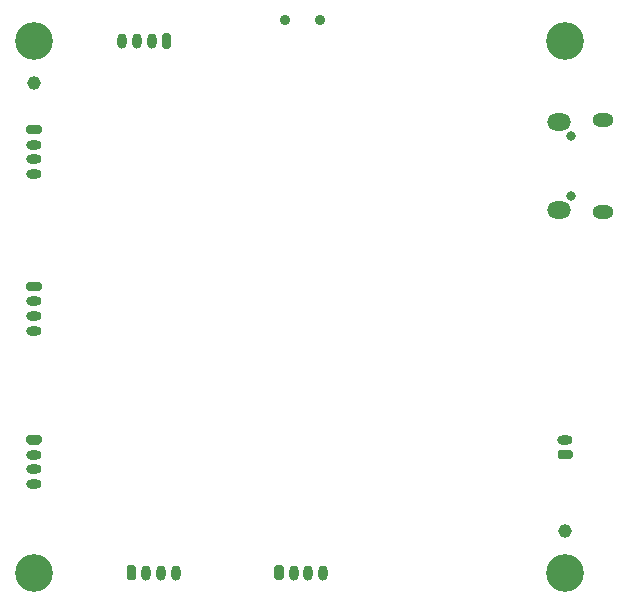
<source format=gbr>
%TF.GenerationSoftware,KiCad,Pcbnew,(5.1.7)-1*%
%TF.CreationDate,2020-11-11T21:47:44+01:00*%
%TF.ProjectId,RBoard,52426f61-7264-42e6-9b69-6361645f7063,rev?*%
%TF.SameCoordinates,Original*%
%TF.FileFunction,Soldermask,Bot*%
%TF.FilePolarity,Negative*%
%FSLAX46Y46*%
G04 Gerber Fmt 4.6, Leading zero omitted, Abs format (unit mm)*
G04 Created by KiCad (PCBNEW (5.1.7)-1) date 2020-11-11 21:47:44*
%MOMM*%
%LPD*%
G01*
G04 APERTURE LIST*
%ADD10O,0.800000X0.800000*%
%ADD11O,1.800000X1.150000*%
%ADD12O,2.000000X1.450000*%
%ADD13C,1.152000*%
%ADD14C,3.200000*%
%ADD15O,1.300000X0.800000*%
%ADD16O,0.800000X1.300000*%
%ADD17C,0.900000*%
G04 APERTURE END LIST*
D10*
%TO.C,J402*%
X177970000Y-38820000D03*
X177970000Y-43820000D03*
D11*
X180720000Y-37445000D03*
X180720000Y-45195000D03*
D12*
X176920000Y-37595000D03*
X176920000Y-45045000D03*
%TD*%
D13*
%TO.C,REF\u002A\u002A*%
X132500000Y-34250000D03*
%TD*%
%TO.C,REF\u002A\u002A*%
X177500000Y-72250000D03*
%TD*%
D14*
%TO.C,H4*%
X177500000Y-75750000D03*
%TD*%
%TO.C,H3*%
X177500000Y-30750000D03*
%TD*%
%TO.C,H2*%
X132500000Y-30750000D03*
%TD*%
%TO.C,H1*%
X132500000Y-75750000D03*
%TD*%
%TO.C,J400*%
G36*
G01*
X177950000Y-66150000D02*
X177050000Y-66150000D01*
G75*
G02*
X176850000Y-65950000I0J200000D01*
G01*
X176850000Y-65550000D01*
G75*
G02*
X177050000Y-65350000I200000J0D01*
G01*
X177950000Y-65350000D01*
G75*
G02*
X178150000Y-65550000I0J-200000D01*
G01*
X178150000Y-65950000D01*
G75*
G02*
X177950000Y-66150000I-200000J0D01*
G01*
G37*
D15*
X177500000Y-64500000D03*
%TD*%
%TO.C,J403*%
G36*
G01*
X144150000Y-30300000D02*
X144150000Y-31200000D01*
G75*
G02*
X143950000Y-31400000I-200000J0D01*
G01*
X143550000Y-31400000D01*
G75*
G02*
X143350000Y-31200000I0J200000D01*
G01*
X143350000Y-30300000D01*
G75*
G02*
X143550000Y-30100000I200000J0D01*
G01*
X143950000Y-30100000D01*
G75*
G02*
X144150000Y-30300000I0J-200000D01*
G01*
G37*
D16*
X142500000Y-30750000D03*
X141250000Y-30750000D03*
X140000000Y-30750000D03*
%TD*%
%TO.C,J404*%
X157000000Y-75750000D03*
X155750000Y-75750000D03*
X154500000Y-75750000D03*
G36*
G01*
X152850000Y-76200000D02*
X152850000Y-75300000D01*
G75*
G02*
X153050000Y-75100000I200000J0D01*
G01*
X153450000Y-75100000D01*
G75*
G02*
X153650000Y-75300000I0J-200000D01*
G01*
X153650000Y-76200000D01*
G75*
G02*
X153450000Y-76400000I-200000J0D01*
G01*
X153050000Y-76400000D01*
G75*
G02*
X152850000Y-76200000I0J200000D01*
G01*
G37*
%TD*%
%TO.C,J405*%
X144500000Y-75750000D03*
X143250000Y-75750000D03*
X142000000Y-75750000D03*
G36*
G01*
X140350000Y-76200000D02*
X140350000Y-75300000D01*
G75*
G02*
X140550000Y-75100000I200000J0D01*
G01*
X140950000Y-75100000D01*
G75*
G02*
X141150000Y-75300000I0J-200000D01*
G01*
X141150000Y-76200000D01*
G75*
G02*
X140950000Y-76400000I-200000J0D01*
G01*
X140550000Y-76400000D01*
G75*
G02*
X140350000Y-76200000I0J200000D01*
G01*
G37*
%TD*%
%TO.C,J406*%
G36*
G01*
X132050000Y-64100000D02*
X132950000Y-64100000D01*
G75*
G02*
X133150000Y-64300000I0J-200000D01*
G01*
X133150000Y-64700000D01*
G75*
G02*
X132950000Y-64900000I-200000J0D01*
G01*
X132050000Y-64900000D01*
G75*
G02*
X131850000Y-64700000I0J200000D01*
G01*
X131850000Y-64300000D01*
G75*
G02*
X132050000Y-64100000I200000J0D01*
G01*
G37*
D15*
X132500000Y-65750000D03*
X132500000Y-67000000D03*
X132500000Y-68250000D03*
%TD*%
%TO.C,J407*%
X132500000Y-42000000D03*
X132500000Y-40750000D03*
X132500000Y-39500000D03*
G36*
G01*
X132050000Y-37850000D02*
X132950000Y-37850000D01*
G75*
G02*
X133150000Y-38050000I0J-200000D01*
G01*
X133150000Y-38450000D01*
G75*
G02*
X132950000Y-38650000I-200000J0D01*
G01*
X132050000Y-38650000D01*
G75*
G02*
X131850000Y-38450000I0J200000D01*
G01*
X131850000Y-38050000D01*
G75*
G02*
X132050000Y-37850000I200000J0D01*
G01*
G37*
%TD*%
%TO.C,J408*%
G36*
G01*
X132050000Y-51100000D02*
X132950000Y-51100000D01*
G75*
G02*
X133150000Y-51300000I0J-200000D01*
G01*
X133150000Y-51700000D01*
G75*
G02*
X132950000Y-51900000I-200000J0D01*
G01*
X132050000Y-51900000D01*
G75*
G02*
X131850000Y-51700000I0J200000D01*
G01*
X131850000Y-51300000D01*
G75*
G02*
X132050000Y-51100000I200000J0D01*
G01*
G37*
X132500000Y-52750000D03*
X132500000Y-54000000D03*
X132500000Y-55250000D03*
%TD*%
D17*
%TO.C,SW200*%
X156725000Y-28920000D03*
X153725000Y-28920000D03*
%TD*%
M02*

</source>
